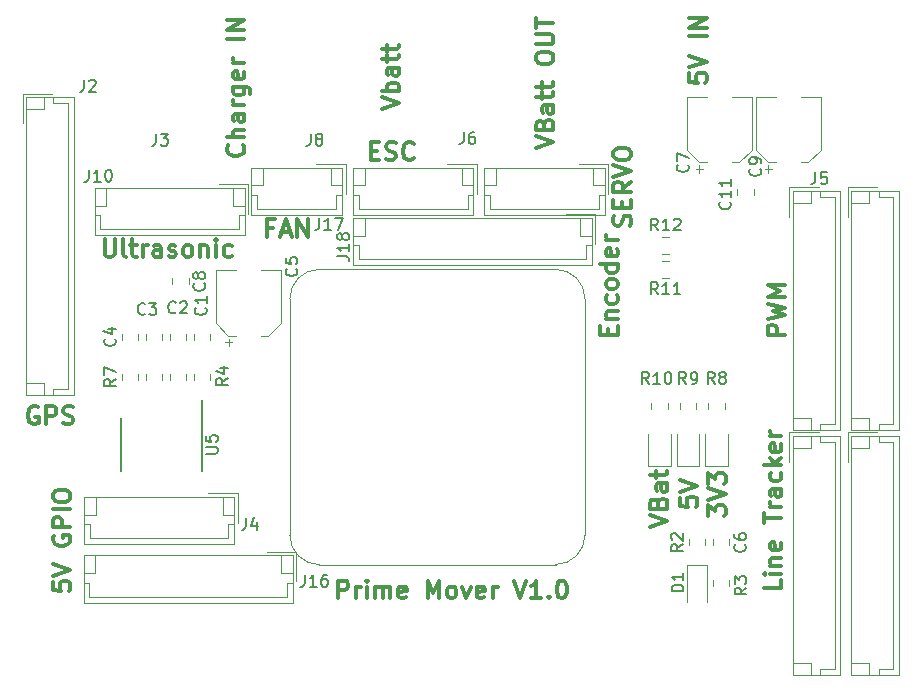
<source format=gbr>
G04 #@! TF.GenerationSoftware,KiCad,Pcbnew,(5.1.4)-1*
G04 #@! TF.CreationDate,2021-11-04T12:06:02-05:00*
G04 #@! TF.ProjectId,RascalHat,52617363-616c-4486-9174-2e6b69636164,rev?*
G04 #@! TF.SameCoordinates,Original*
G04 #@! TF.FileFunction,Legend,Top*
G04 #@! TF.FilePolarity,Positive*
%FSLAX46Y46*%
G04 Gerber Fmt 4.6, Leading zero omitted, Abs format (unit mm)*
G04 Created by KiCad (PCBNEW (5.1.4)-1) date 2021-11-04 12:06:02*
%MOMM*%
%LPD*%
G04 APERTURE LIST*
%ADD10C,0.300000*%
%ADD11C,0.120000*%
%ADD12C,0.150000*%
G04 APERTURE END LIST*
D10*
X29654285Y-11572857D02*
X30154285Y-11572857D01*
X30368571Y-12358571D02*
X29654285Y-12358571D01*
X29654285Y-10858571D01*
X30368571Y-10858571D01*
X30940000Y-12287142D02*
X31154285Y-12358571D01*
X31511428Y-12358571D01*
X31654285Y-12287142D01*
X31725714Y-12215714D01*
X31797142Y-12072857D01*
X31797142Y-11930000D01*
X31725714Y-11787142D01*
X31654285Y-11715714D01*
X31511428Y-11644285D01*
X31225714Y-11572857D01*
X31082857Y-11501428D01*
X31011428Y-11430000D01*
X30940000Y-11287142D01*
X30940000Y-11144285D01*
X31011428Y-11001428D01*
X31082857Y-10930000D01*
X31225714Y-10858571D01*
X31582857Y-10858571D01*
X31797142Y-10930000D01*
X33297142Y-12215714D02*
X33225714Y-12287142D01*
X33011428Y-12358571D01*
X32868571Y-12358571D01*
X32654285Y-12287142D01*
X32511428Y-12144285D01*
X32440000Y-12001428D01*
X32368571Y-11715714D01*
X32368571Y-11501428D01*
X32440000Y-11215714D01*
X32511428Y-11072857D01*
X32654285Y-10930000D01*
X32868571Y-10858571D01*
X33011428Y-10858571D01*
X33225714Y-10930000D01*
X33297142Y-11001428D01*
X49772857Y-27157142D02*
X49772857Y-26657142D01*
X50558571Y-26442857D02*
X50558571Y-27157142D01*
X49058571Y-27157142D01*
X49058571Y-26442857D01*
X49558571Y-25800000D02*
X50558571Y-25800000D01*
X49701428Y-25800000D02*
X49630000Y-25728571D01*
X49558571Y-25585714D01*
X49558571Y-25371428D01*
X49630000Y-25228571D01*
X49772857Y-25157142D01*
X50558571Y-25157142D01*
X50487142Y-23800000D02*
X50558571Y-23942857D01*
X50558571Y-24228571D01*
X50487142Y-24371428D01*
X50415714Y-24442857D01*
X50272857Y-24514285D01*
X49844285Y-24514285D01*
X49701428Y-24442857D01*
X49630000Y-24371428D01*
X49558571Y-24228571D01*
X49558571Y-23942857D01*
X49630000Y-23800000D01*
X50558571Y-22942857D02*
X50487142Y-23085714D01*
X50415714Y-23157142D01*
X50272857Y-23228571D01*
X49844285Y-23228571D01*
X49701428Y-23157142D01*
X49630000Y-23085714D01*
X49558571Y-22942857D01*
X49558571Y-22728571D01*
X49630000Y-22585714D01*
X49701428Y-22514285D01*
X49844285Y-22442857D01*
X50272857Y-22442857D01*
X50415714Y-22514285D01*
X50487142Y-22585714D01*
X50558571Y-22728571D01*
X50558571Y-22942857D01*
X50558571Y-21157142D02*
X49058571Y-21157142D01*
X50487142Y-21157142D02*
X50558571Y-21300000D01*
X50558571Y-21585714D01*
X50487142Y-21728571D01*
X50415714Y-21800000D01*
X50272857Y-21871428D01*
X49844285Y-21871428D01*
X49701428Y-21800000D01*
X49630000Y-21728571D01*
X49558571Y-21585714D01*
X49558571Y-21300000D01*
X49630000Y-21157142D01*
X50487142Y-19871428D02*
X50558571Y-20014285D01*
X50558571Y-20300000D01*
X50487142Y-20442857D01*
X50344285Y-20514285D01*
X49772857Y-20514285D01*
X49630000Y-20442857D01*
X49558571Y-20300000D01*
X49558571Y-20014285D01*
X49630000Y-19871428D01*
X49772857Y-19800000D01*
X49915714Y-19800000D01*
X50058571Y-20514285D01*
X50558571Y-19157142D02*
X49558571Y-19157142D01*
X49844285Y-19157142D02*
X49701428Y-19085714D01*
X49630000Y-19014285D01*
X49558571Y-18871428D01*
X49558571Y-18728571D01*
X26897142Y-49458571D02*
X26897142Y-47958571D01*
X27468571Y-47958571D01*
X27611428Y-48030000D01*
X27682857Y-48101428D01*
X27754285Y-48244285D01*
X27754285Y-48458571D01*
X27682857Y-48601428D01*
X27611428Y-48672857D01*
X27468571Y-48744285D01*
X26897142Y-48744285D01*
X28397142Y-49458571D02*
X28397142Y-48458571D01*
X28397142Y-48744285D02*
X28468571Y-48601428D01*
X28540000Y-48530000D01*
X28682857Y-48458571D01*
X28825714Y-48458571D01*
X29325714Y-49458571D02*
X29325714Y-48458571D01*
X29325714Y-47958571D02*
X29254285Y-48030000D01*
X29325714Y-48101428D01*
X29397142Y-48030000D01*
X29325714Y-47958571D01*
X29325714Y-48101428D01*
X30040000Y-49458571D02*
X30040000Y-48458571D01*
X30040000Y-48601428D02*
X30111428Y-48530000D01*
X30254285Y-48458571D01*
X30468571Y-48458571D01*
X30611428Y-48530000D01*
X30682857Y-48672857D01*
X30682857Y-49458571D01*
X30682857Y-48672857D02*
X30754285Y-48530000D01*
X30897142Y-48458571D01*
X31111428Y-48458571D01*
X31254285Y-48530000D01*
X31325714Y-48672857D01*
X31325714Y-49458571D01*
X32611428Y-49387142D02*
X32468571Y-49458571D01*
X32182857Y-49458571D01*
X32040000Y-49387142D01*
X31968571Y-49244285D01*
X31968571Y-48672857D01*
X32040000Y-48530000D01*
X32182857Y-48458571D01*
X32468571Y-48458571D01*
X32611428Y-48530000D01*
X32682857Y-48672857D01*
X32682857Y-48815714D01*
X31968571Y-48958571D01*
X34468571Y-49458571D02*
X34468571Y-47958571D01*
X34968571Y-49030000D01*
X35468571Y-47958571D01*
X35468571Y-49458571D01*
X36397142Y-49458571D02*
X36254285Y-49387142D01*
X36182857Y-49315714D01*
X36111428Y-49172857D01*
X36111428Y-48744285D01*
X36182857Y-48601428D01*
X36254285Y-48530000D01*
X36397142Y-48458571D01*
X36611428Y-48458571D01*
X36754285Y-48530000D01*
X36825714Y-48601428D01*
X36897142Y-48744285D01*
X36897142Y-49172857D01*
X36825714Y-49315714D01*
X36754285Y-49387142D01*
X36611428Y-49458571D01*
X36397142Y-49458571D01*
X37397142Y-48458571D02*
X37754285Y-49458571D01*
X38111428Y-48458571D01*
X39254285Y-49387142D02*
X39111428Y-49458571D01*
X38825714Y-49458571D01*
X38682857Y-49387142D01*
X38611428Y-49244285D01*
X38611428Y-48672857D01*
X38682857Y-48530000D01*
X38825714Y-48458571D01*
X39111428Y-48458571D01*
X39254285Y-48530000D01*
X39325714Y-48672857D01*
X39325714Y-48815714D01*
X38611428Y-48958571D01*
X39968571Y-49458571D02*
X39968571Y-48458571D01*
X39968571Y-48744285D02*
X40040000Y-48601428D01*
X40111428Y-48530000D01*
X40254285Y-48458571D01*
X40397142Y-48458571D01*
X41825714Y-47958571D02*
X42325714Y-49458571D01*
X42825714Y-47958571D01*
X44111428Y-49458571D02*
X43254285Y-49458571D01*
X43682857Y-49458571D02*
X43682857Y-47958571D01*
X43540000Y-48172857D01*
X43397142Y-48315714D01*
X43254285Y-48387142D01*
X44754285Y-49315714D02*
X44825714Y-49387142D01*
X44754285Y-49458571D01*
X44682857Y-49387142D01*
X44754285Y-49315714D01*
X44754285Y-49458571D01*
X45754285Y-47958571D02*
X45897142Y-47958571D01*
X46040000Y-48030000D01*
X46111428Y-48101428D01*
X46182857Y-48244285D01*
X46254285Y-48530000D01*
X46254285Y-48887142D01*
X46182857Y-49172857D01*
X46111428Y-49315714D01*
X46040000Y-49387142D01*
X45897142Y-49458571D01*
X45754285Y-49458571D01*
X45611428Y-49387142D01*
X45540000Y-49315714D01*
X45468571Y-49172857D01*
X45397142Y-48887142D01*
X45397142Y-48530000D01*
X45468571Y-48244285D01*
X45540000Y-48101428D01*
X45611428Y-48030000D01*
X45754285Y-47958571D01*
X1468571Y-33286000D02*
X1325714Y-33214571D01*
X1111428Y-33214571D01*
X897142Y-33286000D01*
X754285Y-33428857D01*
X682857Y-33571714D01*
X611428Y-33857428D01*
X611428Y-34071714D01*
X682857Y-34357428D01*
X754285Y-34500285D01*
X897142Y-34643142D01*
X1111428Y-34714571D01*
X1254285Y-34714571D01*
X1468571Y-34643142D01*
X1539999Y-34571714D01*
X1539999Y-34071714D01*
X1254285Y-34071714D01*
X2182857Y-34714571D02*
X2182857Y-33214571D01*
X2754285Y-33214571D01*
X2897142Y-33286000D01*
X2968571Y-33357428D01*
X3039999Y-33500285D01*
X3039999Y-33714571D01*
X2968571Y-33857428D01*
X2897142Y-33928857D01*
X2754285Y-34000285D01*
X2182857Y-34000285D01*
X3611428Y-34643142D02*
X3825714Y-34714571D01*
X4182857Y-34714571D01*
X4325714Y-34643142D01*
X4397142Y-34571714D01*
X4468571Y-34428857D01*
X4468571Y-34286000D01*
X4397142Y-34143142D01*
X4325714Y-34071714D01*
X4182857Y-34000285D01*
X3897142Y-33928857D01*
X3754285Y-33857428D01*
X3682857Y-33786000D01*
X3611428Y-33643142D01*
X3611428Y-33500285D01*
X3682857Y-33357428D01*
X3754285Y-33286000D01*
X3897142Y-33214571D01*
X4254285Y-33214571D01*
X4468571Y-33286000D01*
X53280571Y-43378142D02*
X54780571Y-42878142D01*
X53280571Y-42378142D01*
X53994857Y-41378142D02*
X54066285Y-41163857D01*
X54137714Y-41092428D01*
X54280571Y-41021000D01*
X54494857Y-41021000D01*
X54637714Y-41092428D01*
X54709142Y-41163857D01*
X54780571Y-41306714D01*
X54780571Y-41878142D01*
X53280571Y-41878142D01*
X53280571Y-41378142D01*
X53352000Y-41235285D01*
X53423428Y-41163857D01*
X53566285Y-41092428D01*
X53709142Y-41092428D01*
X53852000Y-41163857D01*
X53923428Y-41235285D01*
X53994857Y-41378142D01*
X53994857Y-41878142D01*
X54780571Y-39735285D02*
X53994857Y-39735285D01*
X53852000Y-39806714D01*
X53780571Y-39949571D01*
X53780571Y-40235285D01*
X53852000Y-40378142D01*
X54709142Y-39735285D02*
X54780571Y-39878142D01*
X54780571Y-40235285D01*
X54709142Y-40378142D01*
X54566285Y-40449571D01*
X54423428Y-40449571D01*
X54280571Y-40378142D01*
X54209142Y-40235285D01*
X54209142Y-39878142D01*
X54137714Y-39735285D01*
X53780571Y-39235285D02*
X53780571Y-38663857D01*
X53280571Y-39021000D02*
X54566285Y-39021000D01*
X54709142Y-38949571D01*
X54780571Y-38806714D01*
X54780571Y-38663857D01*
X58233571Y-42497142D02*
X58233571Y-41568571D01*
X58805000Y-42068571D01*
X58805000Y-41854285D01*
X58876428Y-41711428D01*
X58947857Y-41640000D01*
X59090714Y-41568571D01*
X59447857Y-41568571D01*
X59590714Y-41640000D01*
X59662142Y-41711428D01*
X59733571Y-41854285D01*
X59733571Y-42282857D01*
X59662142Y-42425714D01*
X59590714Y-42497142D01*
X58233571Y-41140000D02*
X59733571Y-40640000D01*
X58233571Y-40140000D01*
X58233571Y-39782857D02*
X58233571Y-38854285D01*
X58805000Y-39354285D01*
X58805000Y-39140000D01*
X58876428Y-38997142D01*
X58947857Y-38925714D01*
X59090714Y-38854285D01*
X59447857Y-38854285D01*
X59590714Y-38925714D01*
X59662142Y-38997142D01*
X59733571Y-39140000D01*
X59733571Y-39568571D01*
X59662142Y-39711428D01*
X59590714Y-39782857D01*
X55820571Y-40925714D02*
X55820571Y-41640000D01*
X56534857Y-41711428D01*
X56463428Y-41640000D01*
X56392000Y-41497142D01*
X56392000Y-41140000D01*
X56463428Y-40997142D01*
X56534857Y-40925714D01*
X56677714Y-40854285D01*
X57034857Y-40854285D01*
X57177714Y-40925714D01*
X57249142Y-40997142D01*
X57320571Y-41140000D01*
X57320571Y-41497142D01*
X57249142Y-41640000D01*
X57177714Y-41711428D01*
X55820571Y-40425714D02*
X57320571Y-39925714D01*
X55820571Y-39425714D01*
X64748571Y-27147142D02*
X63248571Y-27147142D01*
X63248571Y-26575714D01*
X63320000Y-26432857D01*
X63391428Y-26361428D01*
X63534285Y-26290000D01*
X63748571Y-26290000D01*
X63891428Y-26361428D01*
X63962857Y-26432857D01*
X64034285Y-26575714D01*
X64034285Y-27147142D01*
X63248571Y-25790000D02*
X64748571Y-25432857D01*
X63677142Y-25147142D01*
X64748571Y-24861428D01*
X63248571Y-24504285D01*
X64748571Y-23932857D02*
X63248571Y-23932857D01*
X64320000Y-23432857D01*
X63248571Y-22932857D01*
X64748571Y-22932857D01*
X64432571Y-47894142D02*
X64432571Y-48608428D01*
X62932571Y-48608428D01*
X64432571Y-47394142D02*
X63432571Y-47394142D01*
X62932571Y-47394142D02*
X63004000Y-47465571D01*
X63075428Y-47394142D01*
X63004000Y-47322714D01*
X62932571Y-47394142D01*
X63075428Y-47394142D01*
X63432571Y-46679857D02*
X64432571Y-46679857D01*
X63575428Y-46679857D02*
X63504000Y-46608428D01*
X63432571Y-46465571D01*
X63432571Y-46251285D01*
X63504000Y-46108428D01*
X63646857Y-46037000D01*
X64432571Y-46037000D01*
X64361142Y-44751285D02*
X64432571Y-44894142D01*
X64432571Y-45179857D01*
X64361142Y-45322714D01*
X64218285Y-45394142D01*
X63646857Y-45394142D01*
X63504000Y-45322714D01*
X63432571Y-45179857D01*
X63432571Y-44894142D01*
X63504000Y-44751285D01*
X63646857Y-44679857D01*
X63789714Y-44679857D01*
X63932571Y-45394142D01*
X62932571Y-43108428D02*
X62932571Y-42251285D01*
X64432571Y-42679857D02*
X62932571Y-42679857D01*
X64432571Y-41751285D02*
X63432571Y-41751285D01*
X63718285Y-41751285D02*
X63575428Y-41679857D01*
X63504000Y-41608428D01*
X63432571Y-41465571D01*
X63432571Y-41322714D01*
X64432571Y-40179857D02*
X63646857Y-40179857D01*
X63504000Y-40251285D01*
X63432571Y-40394142D01*
X63432571Y-40679857D01*
X63504000Y-40822714D01*
X64361142Y-40179857D02*
X64432571Y-40322714D01*
X64432571Y-40679857D01*
X64361142Y-40822714D01*
X64218285Y-40894142D01*
X64075428Y-40894142D01*
X63932571Y-40822714D01*
X63861142Y-40679857D01*
X63861142Y-40322714D01*
X63789714Y-40179857D01*
X64361142Y-38822714D02*
X64432571Y-38965571D01*
X64432571Y-39251285D01*
X64361142Y-39394142D01*
X64289714Y-39465571D01*
X64146857Y-39537000D01*
X63718285Y-39537000D01*
X63575428Y-39465571D01*
X63504000Y-39394142D01*
X63432571Y-39251285D01*
X63432571Y-38965571D01*
X63504000Y-38822714D01*
X64432571Y-38179857D02*
X62932571Y-38179857D01*
X63861142Y-38037000D02*
X64432571Y-37608428D01*
X63432571Y-37608428D02*
X64004000Y-38179857D01*
X64361142Y-36394142D02*
X64432571Y-36537000D01*
X64432571Y-36822714D01*
X64361142Y-36965571D01*
X64218285Y-37037000D01*
X63646857Y-37037000D01*
X63504000Y-36965571D01*
X63432571Y-36822714D01*
X63432571Y-36537000D01*
X63504000Y-36394142D01*
X63646857Y-36322714D01*
X63789714Y-36322714D01*
X63932571Y-37037000D01*
X64432571Y-35679857D02*
X63432571Y-35679857D01*
X63718285Y-35679857D02*
X63575428Y-35608428D01*
X63504000Y-35537000D01*
X63432571Y-35394142D01*
X63432571Y-35251285D01*
X2734571Y-48077000D02*
X2734571Y-48791285D01*
X3448857Y-48862714D01*
X3377428Y-48791285D01*
X3305999Y-48648428D01*
X3306000Y-48291285D01*
X3377428Y-48148428D01*
X3448857Y-48077000D01*
X3591714Y-48005571D01*
X3948857Y-48005571D01*
X4091714Y-48077000D01*
X4163142Y-48148428D01*
X4234571Y-48291285D01*
X4234571Y-48648428D01*
X4163142Y-48791285D01*
X4091714Y-48862714D01*
X2734571Y-47577000D02*
X4234571Y-47077000D01*
X2734571Y-46577000D01*
X2806000Y-44148428D02*
X2734571Y-44291285D01*
X2734571Y-44505571D01*
X2806000Y-44719857D01*
X2948857Y-44862714D01*
X3091714Y-44934142D01*
X3377428Y-45005571D01*
X3591714Y-45005571D01*
X3877428Y-44934142D01*
X4020285Y-44862714D01*
X4163142Y-44719857D01*
X4234571Y-44505571D01*
X4234571Y-44362714D01*
X4163142Y-44148428D01*
X4091714Y-44077000D01*
X3591714Y-44077000D01*
X3591714Y-44362714D01*
X4234571Y-43434142D02*
X2734571Y-43434142D01*
X2734571Y-42862714D01*
X2806000Y-42719857D01*
X2877428Y-42648428D01*
X3020285Y-42577000D01*
X3234571Y-42577000D01*
X3377428Y-42648428D01*
X3448857Y-42719857D01*
X3520285Y-42862714D01*
X3520285Y-43434142D01*
X4234571Y-41934142D02*
X2734571Y-41934142D01*
X2734571Y-40934142D02*
X2734571Y-40648428D01*
X2806000Y-40505571D01*
X2948857Y-40362714D01*
X3234571Y-40291285D01*
X3734571Y-40291285D01*
X4020285Y-40362714D01*
X4163142Y-40505571D01*
X4234571Y-40648428D01*
X4234571Y-40934142D01*
X4163142Y-41077000D01*
X4020285Y-41219857D01*
X3734571Y-41291285D01*
X3234571Y-41291285D01*
X2948857Y-41219857D01*
X2806000Y-41077000D01*
X2734571Y-40934142D01*
X7122857Y-19058571D02*
X7122857Y-20272857D01*
X7194285Y-20415714D01*
X7265714Y-20487142D01*
X7408571Y-20558571D01*
X7694285Y-20558571D01*
X7837142Y-20487142D01*
X7908571Y-20415714D01*
X7980000Y-20272857D01*
X7980000Y-19058571D01*
X8908571Y-20558571D02*
X8765714Y-20487142D01*
X8694285Y-20344285D01*
X8694285Y-19058571D01*
X9265714Y-19558571D02*
X9837142Y-19558571D01*
X9480000Y-19058571D02*
X9480000Y-20344285D01*
X9551428Y-20487142D01*
X9694285Y-20558571D01*
X9837142Y-20558571D01*
X10337142Y-20558571D02*
X10337142Y-19558571D01*
X10337142Y-19844285D02*
X10408571Y-19701428D01*
X10480000Y-19630000D01*
X10622857Y-19558571D01*
X10765714Y-19558571D01*
X11908571Y-20558571D02*
X11908571Y-19772857D01*
X11837142Y-19630000D01*
X11694285Y-19558571D01*
X11408571Y-19558571D01*
X11265714Y-19630000D01*
X11908571Y-20487142D02*
X11765714Y-20558571D01*
X11408571Y-20558571D01*
X11265714Y-20487142D01*
X11194285Y-20344285D01*
X11194285Y-20201428D01*
X11265714Y-20058571D01*
X11408571Y-19987142D01*
X11765714Y-19987142D01*
X11908571Y-19915714D01*
X12551428Y-20487142D02*
X12694285Y-20558571D01*
X12980000Y-20558571D01*
X13122857Y-20487142D01*
X13194285Y-20344285D01*
X13194285Y-20272857D01*
X13122857Y-20130000D01*
X12980000Y-20058571D01*
X12765714Y-20058571D01*
X12622857Y-19987142D01*
X12551428Y-19844285D01*
X12551428Y-19772857D01*
X12622857Y-19630000D01*
X12765714Y-19558571D01*
X12980000Y-19558571D01*
X13122857Y-19630000D01*
X14051428Y-20558571D02*
X13908571Y-20487142D01*
X13837142Y-20415714D01*
X13765714Y-20272857D01*
X13765714Y-19844285D01*
X13837142Y-19701428D01*
X13908571Y-19630000D01*
X14051428Y-19558571D01*
X14265714Y-19558571D01*
X14408571Y-19630000D01*
X14480000Y-19701428D01*
X14551428Y-19844285D01*
X14551428Y-20272857D01*
X14480000Y-20415714D01*
X14408571Y-20487142D01*
X14265714Y-20558571D01*
X14051428Y-20558571D01*
X15194285Y-19558571D02*
X15194285Y-20558571D01*
X15194285Y-19701428D02*
X15265714Y-19630000D01*
X15408571Y-19558571D01*
X15622857Y-19558571D01*
X15765714Y-19630000D01*
X15837142Y-19772857D01*
X15837142Y-20558571D01*
X16551428Y-20558571D02*
X16551428Y-19558571D01*
X16551428Y-19058571D02*
X16480000Y-19130000D01*
X16551428Y-19201428D01*
X16622857Y-19130000D01*
X16551428Y-19058571D01*
X16551428Y-19201428D01*
X17908571Y-20487142D02*
X17765714Y-20558571D01*
X17480000Y-20558571D01*
X17337142Y-20487142D01*
X17265714Y-20415714D01*
X17194285Y-20272857D01*
X17194285Y-19844285D01*
X17265714Y-19701428D01*
X17337142Y-19630000D01*
X17480000Y-19558571D01*
X17765714Y-19558571D01*
X17908571Y-19630000D01*
X21375714Y-18062857D02*
X20875714Y-18062857D01*
X20875714Y-18848571D02*
X20875714Y-17348571D01*
X21590000Y-17348571D01*
X22090000Y-18420000D02*
X22804285Y-18420000D01*
X21947142Y-18848571D02*
X22447142Y-17348571D01*
X22947142Y-18848571D01*
X23447142Y-18848571D02*
X23447142Y-17348571D01*
X24304285Y-18848571D01*
X24304285Y-17348571D01*
X18823714Y-11080142D02*
X18895142Y-11151571D01*
X18966571Y-11365857D01*
X18966571Y-11508714D01*
X18895142Y-11723000D01*
X18752285Y-11865857D01*
X18609428Y-11937285D01*
X18323714Y-12008714D01*
X18109428Y-12008714D01*
X17823714Y-11937285D01*
X17680857Y-11865857D01*
X17538000Y-11723000D01*
X17466571Y-11508714D01*
X17466571Y-11365857D01*
X17538000Y-11151571D01*
X17609428Y-11080142D01*
X18966571Y-10437285D02*
X17466571Y-10437285D01*
X18966571Y-9794428D02*
X18180857Y-9794428D01*
X18038000Y-9865857D01*
X17966571Y-10008714D01*
X17966571Y-10223000D01*
X18038000Y-10365857D01*
X18109428Y-10437285D01*
X18966571Y-8437285D02*
X18180857Y-8437285D01*
X18038000Y-8508714D01*
X17966571Y-8651571D01*
X17966571Y-8937285D01*
X18038000Y-9080142D01*
X18895142Y-8437285D02*
X18966571Y-8580142D01*
X18966571Y-8937285D01*
X18895142Y-9080142D01*
X18752285Y-9151571D01*
X18609428Y-9151571D01*
X18466571Y-9080142D01*
X18395142Y-8937285D01*
X18395142Y-8580142D01*
X18323714Y-8437285D01*
X18966571Y-7723000D02*
X17966571Y-7723000D01*
X18252285Y-7723000D02*
X18109428Y-7651571D01*
X18038000Y-7580142D01*
X17966571Y-7437285D01*
X17966571Y-7294428D01*
X17966571Y-6151571D02*
X19180857Y-6151571D01*
X19323714Y-6223000D01*
X19395142Y-6294428D01*
X19466571Y-6437285D01*
X19466571Y-6651571D01*
X19395142Y-6794428D01*
X18895142Y-6151571D02*
X18966571Y-6294428D01*
X18966571Y-6580142D01*
X18895142Y-6723000D01*
X18823714Y-6794428D01*
X18680857Y-6865857D01*
X18252285Y-6865857D01*
X18109428Y-6794428D01*
X18038000Y-6723000D01*
X17966571Y-6580142D01*
X17966571Y-6294428D01*
X18038000Y-6151571D01*
X18895142Y-4865857D02*
X18966571Y-5008714D01*
X18966571Y-5294428D01*
X18895142Y-5437285D01*
X18752285Y-5508714D01*
X18180857Y-5508714D01*
X18038000Y-5437285D01*
X17966571Y-5294428D01*
X17966571Y-5008714D01*
X18038000Y-4865857D01*
X18180857Y-4794428D01*
X18323714Y-4794428D01*
X18466571Y-5508714D01*
X18966571Y-4151571D02*
X17966571Y-4151571D01*
X18252285Y-4151571D02*
X18109428Y-4080142D01*
X18038000Y-4008714D01*
X17966571Y-3865857D01*
X17966571Y-3723000D01*
X18966571Y-2080142D02*
X17466571Y-2080142D01*
X18966571Y-1365857D02*
X17466571Y-1365857D01*
X18966571Y-508714D01*
X17466571Y-508714D01*
X30568571Y-8024285D02*
X32068571Y-7524285D01*
X30568571Y-7024285D01*
X32068571Y-6524285D02*
X30568571Y-6524285D01*
X31140000Y-6524285D02*
X31068571Y-6381428D01*
X31068571Y-6095714D01*
X31140000Y-5952857D01*
X31211428Y-5881428D01*
X31354285Y-5810000D01*
X31782857Y-5810000D01*
X31925714Y-5881428D01*
X31997142Y-5952857D01*
X32068571Y-6095714D01*
X32068571Y-6381428D01*
X31997142Y-6524285D01*
X32068571Y-4524285D02*
X31282857Y-4524285D01*
X31140000Y-4595714D01*
X31068571Y-4738571D01*
X31068571Y-5024285D01*
X31140000Y-5167142D01*
X31997142Y-4524285D02*
X32068571Y-4667142D01*
X32068571Y-5024285D01*
X31997142Y-5167142D01*
X31854285Y-5238571D01*
X31711428Y-5238571D01*
X31568571Y-5167142D01*
X31497142Y-5024285D01*
X31497142Y-4667142D01*
X31425714Y-4524285D01*
X31068571Y-4024285D02*
X31068571Y-3452857D01*
X30568571Y-3810000D02*
X31854285Y-3810000D01*
X31997142Y-3738571D01*
X32068571Y-3595714D01*
X32068571Y-3452857D01*
X31068571Y-3167142D02*
X31068571Y-2595714D01*
X30568571Y-2952857D02*
X31854285Y-2952857D01*
X31997142Y-2881428D01*
X32068571Y-2738571D01*
X32068571Y-2595714D01*
X43628571Y-11342000D02*
X45128571Y-10842000D01*
X43628571Y-10342000D01*
X44342857Y-9342000D02*
X44414285Y-9127714D01*
X44485714Y-9056285D01*
X44628571Y-8984857D01*
X44842857Y-8984857D01*
X44985714Y-9056285D01*
X45057142Y-9127714D01*
X45128571Y-9270571D01*
X45128571Y-9842000D01*
X43628571Y-9842000D01*
X43628571Y-9342000D01*
X43700000Y-9199142D01*
X43771428Y-9127714D01*
X43914285Y-9056285D01*
X44057142Y-9056285D01*
X44200000Y-9127714D01*
X44271428Y-9199142D01*
X44342857Y-9342000D01*
X44342857Y-9842000D01*
X45128571Y-7699142D02*
X44342857Y-7699142D01*
X44200000Y-7770571D01*
X44128571Y-7913428D01*
X44128571Y-8199142D01*
X44200000Y-8342000D01*
X45057142Y-7699142D02*
X45128571Y-7842000D01*
X45128571Y-8199142D01*
X45057142Y-8342000D01*
X44914285Y-8413428D01*
X44771428Y-8413428D01*
X44628571Y-8342000D01*
X44557142Y-8199142D01*
X44557142Y-7842000D01*
X44485714Y-7699142D01*
X44128571Y-7199142D02*
X44128571Y-6627714D01*
X43628571Y-6984857D02*
X44914285Y-6984857D01*
X45057142Y-6913428D01*
X45128571Y-6770571D01*
X45128571Y-6627714D01*
X44128571Y-6342000D02*
X44128571Y-5770571D01*
X43628571Y-6127714D02*
X44914285Y-6127714D01*
X45057142Y-6056285D01*
X45128571Y-5913428D01*
X45128571Y-5770571D01*
X43628571Y-3842000D02*
X43628571Y-3556285D01*
X43700000Y-3413428D01*
X43842857Y-3270571D01*
X44128571Y-3199142D01*
X44628571Y-3199142D01*
X44914285Y-3270571D01*
X45057142Y-3413428D01*
X45128571Y-3556285D01*
X45128571Y-3842000D01*
X45057142Y-3984857D01*
X44914285Y-4127714D01*
X44628571Y-4199142D01*
X44128571Y-4199142D01*
X43842857Y-4127714D01*
X43700000Y-3984857D01*
X43628571Y-3842000D01*
X43628571Y-2556285D02*
X44842857Y-2556285D01*
X44985714Y-2484857D01*
X45057142Y-2413428D01*
X45128571Y-2270571D01*
X45128571Y-1984857D01*
X45057142Y-1842000D01*
X44985714Y-1770571D01*
X44842857Y-1699142D01*
X43628571Y-1699142D01*
X43628571Y-1199142D02*
X43628571Y-342000D01*
X45128571Y-770571D02*
X43628571Y-770571D01*
X56608571Y-5010000D02*
X56608571Y-5724285D01*
X57322857Y-5795714D01*
X57251428Y-5724285D01*
X57180000Y-5581428D01*
X57180000Y-5224285D01*
X57251428Y-5081428D01*
X57322857Y-5010000D01*
X57465714Y-4938571D01*
X57822857Y-4938571D01*
X57965714Y-5010000D01*
X58037142Y-5081428D01*
X58108571Y-5224285D01*
X58108571Y-5581428D01*
X58037142Y-5724285D01*
X57965714Y-5795714D01*
X56608571Y-4510000D02*
X58108571Y-4010000D01*
X56608571Y-3510000D01*
X58108571Y-1867142D02*
X56608571Y-1867142D01*
X58108571Y-1152857D02*
X56608571Y-1152857D01*
X58108571Y-295714D01*
X56608571Y-295714D01*
X51637142Y-17905714D02*
X51708571Y-17691428D01*
X51708571Y-17334285D01*
X51637142Y-17191428D01*
X51565714Y-17119999D01*
X51422857Y-17048571D01*
X51280000Y-17048571D01*
X51137142Y-17119999D01*
X51065714Y-17191428D01*
X50994285Y-17334285D01*
X50922857Y-17619999D01*
X50851428Y-17762857D01*
X50780000Y-17834285D01*
X50637142Y-17905714D01*
X50494285Y-17905714D01*
X50351428Y-17834285D01*
X50280000Y-17762857D01*
X50208571Y-17619999D01*
X50208571Y-17262857D01*
X50280000Y-17048571D01*
X50922857Y-16405714D02*
X50922857Y-15905714D01*
X51708571Y-15691428D02*
X51708571Y-16405714D01*
X50208571Y-16405714D01*
X50208571Y-15691428D01*
X51708571Y-14191428D02*
X50994285Y-14691428D01*
X51708571Y-15048571D02*
X50208571Y-15048571D01*
X50208571Y-14477142D01*
X50280000Y-14334285D01*
X50351428Y-14262857D01*
X50494285Y-14191428D01*
X50708571Y-14191428D01*
X50851428Y-14262857D01*
X50922857Y-14334285D01*
X50994285Y-14477142D01*
X50994285Y-15048571D01*
X50208571Y-13762857D02*
X51708571Y-13262857D01*
X50208571Y-12762857D01*
X50208571Y-11977142D02*
X50208571Y-11691428D01*
X50280000Y-11548571D01*
X50422857Y-11405714D01*
X50708571Y-11334285D01*
X51208571Y-11334285D01*
X51494285Y-11405714D01*
X51637142Y-11548571D01*
X51708571Y-11691428D01*
X51708571Y-11977142D01*
X51637142Y-12120000D01*
X51494285Y-12262857D01*
X51208571Y-12334285D01*
X50708571Y-12334285D01*
X50422857Y-12262857D01*
X50280000Y-12120000D01*
X50208571Y-11977142D01*
D11*
X69421000Y-14969000D02*
X65401000Y-14969000D01*
X65401000Y-14969000D02*
X65401000Y-35189000D01*
X65401000Y-35189000D02*
X69421000Y-35189000D01*
X69421000Y-35189000D02*
X69421000Y-14969000D01*
X67711000Y-14969000D02*
X67711000Y-15469000D01*
X67711000Y-15469000D02*
X68921000Y-15469000D01*
X68921000Y-15469000D02*
X68921000Y-34689000D01*
X68921000Y-34689000D02*
X67711000Y-34689000D01*
X67711000Y-34689000D02*
X67711000Y-35189000D01*
X66901000Y-14969000D02*
X66901000Y-15969000D01*
X66901000Y-15969000D02*
X65401000Y-15969000D01*
X66901000Y-35189000D02*
X66901000Y-34189000D01*
X66901000Y-34189000D02*
X65401000Y-34189000D01*
X67601000Y-14669000D02*
X65101000Y-14669000D01*
X65101000Y-14669000D02*
X65101000Y-17169000D01*
X60680000Y-14771422D02*
X60680000Y-15288578D01*
X62100000Y-14771422D02*
X62100000Y-15288578D01*
X63012500Y-13102500D02*
X63637500Y-13102500D01*
X63325000Y-13415000D02*
X63325000Y-12790000D01*
X66705563Y-12550000D02*
X67770000Y-11485563D01*
X63314437Y-12550000D02*
X62250000Y-11485563D01*
X63314437Y-12550000D02*
X63950000Y-12550000D01*
X66705563Y-12550000D02*
X66070000Y-12550000D01*
X67770000Y-11485563D02*
X67770000Y-7030000D01*
X62250000Y-11485563D02*
X62250000Y-7030000D01*
X62250000Y-7030000D02*
X63950000Y-7030000D01*
X67770000Y-7030000D02*
X66070000Y-7030000D01*
X12820000Y-22361422D02*
X12820000Y-22878578D01*
X14240000Y-22361422D02*
X14240000Y-22878578D01*
X57162500Y-13102500D02*
X57787500Y-13102500D01*
X57475000Y-13415000D02*
X57475000Y-12790000D01*
X60855563Y-12550000D02*
X61920000Y-11485563D01*
X57464437Y-12550000D02*
X56400000Y-11485563D01*
X57464437Y-12550000D02*
X58100000Y-12550000D01*
X60855563Y-12550000D02*
X60220000Y-12550000D01*
X61920000Y-11485563D02*
X61920000Y-7030000D01*
X56400000Y-11485563D02*
X56400000Y-7030000D01*
X56400000Y-7030000D02*
X58100000Y-7030000D01*
X61920000Y-7030000D02*
X60220000Y-7030000D01*
X17302500Y-27772500D02*
X17927500Y-27772500D01*
X17615000Y-28085000D02*
X17615000Y-27460000D01*
X20995563Y-27220000D02*
X22060000Y-26155563D01*
X17604437Y-27220000D02*
X16540000Y-26155563D01*
X17604437Y-27220000D02*
X18240000Y-27220000D01*
X20995563Y-27220000D02*
X20360000Y-27220000D01*
X22060000Y-26155563D02*
X22060000Y-21700000D01*
X16540000Y-26155563D02*
X16540000Y-21700000D01*
X16540000Y-21700000D02*
X18240000Y-21700000D01*
X22060000Y-21700000D02*
X20360000Y-21700000D01*
X184000Y-6742000D02*
X184000Y-9242000D01*
X2684000Y-6742000D02*
X184000Y-6742000D01*
X1984000Y-31262000D02*
X484000Y-31262000D01*
X1984000Y-32262000D02*
X1984000Y-31262000D01*
X1984000Y-8042000D02*
X484000Y-8042000D01*
X1984000Y-7042000D02*
X1984000Y-8042000D01*
X2794000Y-31762000D02*
X2794000Y-32262000D01*
X4004000Y-31762000D02*
X2794000Y-31762000D01*
X4004000Y-7542000D02*
X4004000Y-31762000D01*
X2794000Y-7542000D02*
X4004000Y-7542000D01*
X2794000Y-7042000D02*
X2794000Y-7542000D01*
X4504000Y-32262000D02*
X4504000Y-7042000D01*
X484000Y-32262000D02*
X4504000Y-32262000D01*
X484000Y-7042000D02*
X484000Y-32262000D01*
X4504000Y-7042000D02*
X484000Y-7042000D01*
D12*
X15388000Y-32699000D02*
X15388000Y-38674000D01*
X8488000Y-34224000D02*
X8488000Y-38674000D01*
D11*
X54812000Y-32888422D02*
X54812000Y-33405578D01*
X53392000Y-32888422D02*
X53392000Y-33405578D01*
X57225000Y-32888422D02*
X57225000Y-33405578D01*
X55805000Y-32888422D02*
X55805000Y-33405578D01*
X59638000Y-32888422D02*
X59638000Y-33405578D01*
X58218000Y-32888422D02*
X58218000Y-33405578D01*
X18104000Y-44890000D02*
X18104000Y-40870000D01*
X18104000Y-40870000D02*
X5384000Y-40870000D01*
X5384000Y-40870000D02*
X5384000Y-44890000D01*
X5384000Y-44890000D02*
X18104000Y-44890000D01*
X18104000Y-43180000D02*
X17604000Y-43180000D01*
X17604000Y-43180000D02*
X17604000Y-44390000D01*
X17604000Y-44390000D02*
X5884000Y-44390000D01*
X5884000Y-44390000D02*
X5884000Y-43180000D01*
X5884000Y-43180000D02*
X5384000Y-43180000D01*
X18104000Y-42370000D02*
X17104000Y-42370000D01*
X17104000Y-42370000D02*
X17104000Y-40870000D01*
X5384000Y-42370000D02*
X6384000Y-42370000D01*
X6384000Y-42370000D02*
X6384000Y-40870000D01*
X18404000Y-43070000D02*
X18404000Y-40570000D01*
X18404000Y-40570000D02*
X15904000Y-40570000D01*
X53142000Y-35576000D02*
X53142000Y-38261000D01*
X53142000Y-38261000D02*
X55062000Y-38261000D01*
X55062000Y-38261000D02*
X55062000Y-35576000D01*
X55555000Y-35576000D02*
X55555000Y-38261000D01*
X55555000Y-38261000D02*
X57475000Y-38261000D01*
X57475000Y-38261000D02*
X57475000Y-35576000D01*
X57968000Y-35576000D02*
X57968000Y-38261000D01*
X57968000Y-38261000D02*
X59888000Y-38261000D01*
X59888000Y-38261000D02*
X59888000Y-35576000D01*
X58596000Y-44955578D02*
X58596000Y-44438422D01*
X60016000Y-44955578D02*
X60016000Y-44438422D01*
X27550000Y-12690000D02*
X25050000Y-12690000D01*
X27550000Y-15190000D02*
X27550000Y-12690000D01*
X20530000Y-14490000D02*
X20530000Y-12990000D01*
X19530000Y-14490000D02*
X20530000Y-14490000D01*
X26250000Y-14490000D02*
X26250000Y-12990000D01*
X27250000Y-14490000D02*
X26250000Y-14490000D01*
X20030000Y-15300000D02*
X19530000Y-15300000D01*
X20030000Y-16510000D02*
X20030000Y-15300000D01*
X26750000Y-16510000D02*
X20030000Y-16510000D01*
X26750000Y-15300000D02*
X26750000Y-16510000D01*
X27250000Y-15300000D02*
X26750000Y-15300000D01*
X19530000Y-17010000D02*
X27250000Y-17010000D01*
X19530000Y-12990000D02*
X19530000Y-17010000D01*
X27250000Y-12990000D02*
X19530000Y-12990000D01*
X27250000Y-17010000D02*
X27250000Y-12990000D01*
X74374000Y-14969000D02*
X70354000Y-14969000D01*
X70354000Y-14969000D02*
X70354000Y-35189000D01*
X70354000Y-35189000D02*
X74374000Y-35189000D01*
X74374000Y-35189000D02*
X74374000Y-14969000D01*
X72664000Y-14969000D02*
X72664000Y-15469000D01*
X72664000Y-15469000D02*
X73874000Y-15469000D01*
X73874000Y-15469000D02*
X73874000Y-34689000D01*
X73874000Y-34689000D02*
X72664000Y-34689000D01*
X72664000Y-34689000D02*
X72664000Y-35189000D01*
X71854000Y-14969000D02*
X71854000Y-15969000D01*
X71854000Y-15969000D02*
X70354000Y-15969000D01*
X71854000Y-35189000D02*
X71854000Y-34189000D01*
X71854000Y-34189000D02*
X70354000Y-34189000D01*
X72554000Y-14669000D02*
X70054000Y-14669000D01*
X70054000Y-14669000D02*
X70054000Y-17169000D01*
X25300000Y-21600000D02*
X45300000Y-21600000D01*
X22800000Y-24100000D02*
G75*
G02X25300000Y-21600000I2500000J0D01*
G01*
X22800000Y-44100000D02*
X22800000Y-24100000D01*
X25300000Y-46600000D02*
G75*
G02X22800000Y-44100000I0J2500000D01*
G01*
X45300000Y-21600000D02*
G75*
G02X47800000Y-24100000I0J-2500000D01*
G01*
X47800000Y-24100000D02*
X47800000Y-44100000D01*
X45300000Y-46600000D02*
X25300000Y-46600000D01*
X47800000Y-44100000D02*
G75*
G02X45300000Y-46600000I-2500000J0D01*
G01*
X9981000Y-30992578D02*
X9981000Y-30475422D01*
X8561000Y-30992578D02*
X8561000Y-30475422D01*
X12013000Y-30992578D02*
X12013000Y-30475422D01*
X10593000Y-30992578D02*
X10593000Y-30475422D01*
X14045000Y-30992578D02*
X14045000Y-30475422D01*
X12625000Y-30992578D02*
X12625000Y-30475422D01*
X16077000Y-30992578D02*
X16077000Y-30475422D01*
X14657000Y-30992578D02*
X14657000Y-30475422D01*
X58596000Y-47915922D02*
X58596000Y-48433078D01*
X60016000Y-47915922D02*
X60016000Y-48433078D01*
X56564000Y-44438422D02*
X56564000Y-44955578D01*
X57984000Y-44438422D02*
X57984000Y-44955578D01*
X48650000Y-16940000D02*
X46150000Y-16940000D01*
X48650000Y-19440000D02*
X48650000Y-16940000D01*
X29130000Y-18740000D02*
X29130000Y-17240000D01*
X28130000Y-18740000D02*
X29130000Y-18740000D01*
X47350000Y-18740000D02*
X47350000Y-17240000D01*
X48350000Y-18740000D02*
X47350000Y-18740000D01*
X28630000Y-19550000D02*
X28130000Y-19550000D01*
X28630000Y-20760000D02*
X28630000Y-19550000D01*
X47850000Y-20760000D02*
X28630000Y-20760000D01*
X47850000Y-19550000D02*
X47850000Y-20760000D01*
X48350000Y-19550000D02*
X47850000Y-19550000D01*
X28130000Y-21260000D02*
X48350000Y-21260000D01*
X28130000Y-17240000D02*
X28130000Y-21260000D01*
X48350000Y-17240000D02*
X28130000Y-17240000D01*
X48350000Y-21260000D02*
X48350000Y-17240000D01*
X23357000Y-45523000D02*
X20857000Y-45523000D01*
X23357000Y-48023000D02*
X23357000Y-45523000D01*
X6337000Y-47323000D02*
X6337000Y-45823000D01*
X5337000Y-47323000D02*
X6337000Y-47323000D01*
X22057000Y-47323000D02*
X22057000Y-45823000D01*
X23057000Y-47323000D02*
X22057000Y-47323000D01*
X5837000Y-48133000D02*
X5337000Y-48133000D01*
X5837000Y-49343000D02*
X5837000Y-48133000D01*
X22557000Y-49343000D02*
X5837000Y-49343000D01*
X22557000Y-48133000D02*
X22557000Y-49343000D01*
X23057000Y-48133000D02*
X22557000Y-48133000D01*
X5337000Y-49843000D02*
X23057000Y-49843000D01*
X5337000Y-45823000D02*
X5337000Y-49843000D01*
X23057000Y-45823000D02*
X5337000Y-45823000D01*
X23057000Y-49843000D02*
X23057000Y-45823000D01*
X65101000Y-35412000D02*
X65101000Y-37912000D01*
X67601000Y-35412000D02*
X65101000Y-35412000D01*
X66901000Y-54932000D02*
X65401000Y-54932000D01*
X66901000Y-55932000D02*
X66901000Y-54932000D01*
X66901000Y-36712000D02*
X65401000Y-36712000D01*
X66901000Y-35712000D02*
X66901000Y-36712000D01*
X67711000Y-55432000D02*
X67711000Y-55932000D01*
X68921000Y-55432000D02*
X67711000Y-55432000D01*
X68921000Y-36212000D02*
X68921000Y-55432000D01*
X67711000Y-36212000D02*
X68921000Y-36212000D01*
X67711000Y-35712000D02*
X67711000Y-36212000D01*
X69421000Y-55932000D02*
X69421000Y-35712000D01*
X65401000Y-55932000D02*
X69421000Y-55932000D01*
X65401000Y-35712000D02*
X65401000Y-55932000D01*
X69421000Y-35712000D02*
X65401000Y-35712000D01*
X70054000Y-35407000D02*
X70054000Y-37907000D01*
X72554000Y-35407000D02*
X70054000Y-35407000D01*
X71854000Y-54927000D02*
X70354000Y-54927000D01*
X71854000Y-55927000D02*
X71854000Y-54927000D01*
X71854000Y-36707000D02*
X70354000Y-36707000D01*
X71854000Y-35707000D02*
X71854000Y-36707000D01*
X72664000Y-55427000D02*
X72664000Y-55927000D01*
X73874000Y-55427000D02*
X72664000Y-55427000D01*
X73874000Y-36207000D02*
X73874000Y-55427000D01*
X72664000Y-36207000D02*
X73874000Y-36207000D01*
X72664000Y-35707000D02*
X72664000Y-36207000D01*
X74374000Y-55927000D02*
X74374000Y-35707000D01*
X70354000Y-55927000D02*
X74374000Y-55927000D01*
X70354000Y-35707000D02*
X70354000Y-55927000D01*
X74374000Y-35707000D02*
X70354000Y-35707000D01*
X49750000Y-12690000D02*
X47250000Y-12690000D01*
X49750000Y-15190000D02*
X49750000Y-12690000D01*
X40230000Y-14490000D02*
X40230000Y-12990000D01*
X39230000Y-14490000D02*
X40230000Y-14490000D01*
X48450000Y-14490000D02*
X48450000Y-12990000D01*
X49450000Y-14490000D02*
X48450000Y-14490000D01*
X39730000Y-15300000D02*
X39230000Y-15300000D01*
X39730000Y-16510000D02*
X39730000Y-15300000D01*
X48950000Y-16510000D02*
X39730000Y-16510000D01*
X48950000Y-15300000D02*
X48950000Y-16510000D01*
X49450000Y-15300000D02*
X48950000Y-15300000D01*
X39230000Y-17010000D02*
X49450000Y-17010000D01*
X39230000Y-12990000D02*
X39230000Y-17010000D01*
X49450000Y-12990000D02*
X39230000Y-12990000D01*
X49450000Y-17010000D02*
X49450000Y-12990000D01*
X38650000Y-12690000D02*
X36150000Y-12690000D01*
X38650000Y-15190000D02*
X38650000Y-12690000D01*
X29130000Y-14490000D02*
X29130000Y-12990000D01*
X28130000Y-14490000D02*
X29130000Y-14490000D01*
X37350000Y-14490000D02*
X37350000Y-12990000D01*
X38350000Y-14490000D02*
X37350000Y-14490000D01*
X28630000Y-15300000D02*
X28130000Y-15300000D01*
X28630000Y-16510000D02*
X28630000Y-15300000D01*
X37850000Y-16510000D02*
X28630000Y-16510000D01*
X37850000Y-15300000D02*
X37850000Y-16510000D01*
X38350000Y-15300000D02*
X37850000Y-15300000D01*
X28130000Y-17010000D02*
X38350000Y-17010000D01*
X28130000Y-12990000D02*
X28130000Y-17010000D01*
X38350000Y-12990000D02*
X28130000Y-12990000D01*
X38350000Y-17010000D02*
X38350000Y-12990000D01*
X19293000Y-14408000D02*
X16793000Y-14408000D01*
X19293000Y-16908000D02*
X19293000Y-14408000D01*
X7273000Y-16208000D02*
X7273000Y-14708000D01*
X6273000Y-16208000D02*
X7273000Y-16208000D01*
X17993000Y-16208000D02*
X17993000Y-14708000D01*
X18993000Y-16208000D02*
X17993000Y-16208000D01*
X6773000Y-17018000D02*
X6273000Y-17018000D01*
X6773000Y-18228000D02*
X6773000Y-17018000D01*
X18493000Y-18228000D02*
X6773000Y-18228000D01*
X18493000Y-17018000D02*
X18493000Y-18228000D01*
X18993000Y-17018000D02*
X18493000Y-17018000D01*
X6273000Y-18728000D02*
X18993000Y-18728000D01*
X6273000Y-14708000D02*
X6273000Y-18728000D01*
X18993000Y-14708000D02*
X6273000Y-14708000D01*
X18993000Y-18728000D02*
X18993000Y-14708000D01*
X58124000Y-46607000D02*
X58124000Y-49757000D01*
X56424000Y-46607000D02*
X56424000Y-49757000D01*
X58124000Y-46607000D02*
X56424000Y-46607000D01*
X9981000Y-27563578D02*
X9981000Y-27046422D01*
X8561000Y-27563578D02*
X8561000Y-27046422D01*
X12013000Y-27563578D02*
X12013000Y-27046422D01*
X10593000Y-27563578D02*
X10593000Y-27046422D01*
X14045000Y-27563578D02*
X14045000Y-27046422D01*
X12625000Y-27563578D02*
X12625000Y-27046422D01*
X16077000Y-27563578D02*
X16077000Y-27046422D01*
X14657000Y-27563578D02*
X14657000Y-27046422D01*
X54873577Y-20904999D02*
X54356421Y-20904999D01*
X54873577Y-22324999D02*
X54356421Y-22324999D01*
X54871078Y-20320000D02*
X54353922Y-20320000D01*
X54871078Y-18900000D02*
X54353922Y-18900000D01*
D12*
X67306666Y-13382380D02*
X67306666Y-14096666D01*
X67259047Y-14239523D01*
X67163809Y-14334761D01*
X67020952Y-14382380D01*
X66925714Y-14382380D01*
X68259047Y-13382380D02*
X67782857Y-13382380D01*
X67735238Y-13858571D01*
X67782857Y-13810952D01*
X67878095Y-13763333D01*
X68116190Y-13763333D01*
X68211428Y-13810952D01*
X68259047Y-13858571D01*
X68306666Y-13953809D01*
X68306666Y-14191904D01*
X68259047Y-14287142D01*
X68211428Y-14334761D01*
X68116190Y-14382380D01*
X67878095Y-14382380D01*
X67782857Y-14334761D01*
X67735238Y-14287142D01*
X24558666Y-10120380D02*
X24558666Y-10834666D01*
X24511047Y-10977523D01*
X24415809Y-11072761D01*
X24272952Y-11120380D01*
X24177714Y-11120380D01*
X25177714Y-10548952D02*
X25082476Y-10501333D01*
X25034857Y-10453714D01*
X24987238Y-10358476D01*
X24987238Y-10310857D01*
X25034857Y-10215619D01*
X25082476Y-10168000D01*
X25177714Y-10120380D01*
X25368190Y-10120380D01*
X25463428Y-10168000D01*
X25511047Y-10215619D01*
X25558666Y-10310857D01*
X25558666Y-10358476D01*
X25511047Y-10453714D01*
X25463428Y-10501333D01*
X25368190Y-10548952D01*
X25177714Y-10548952D01*
X25082476Y-10596571D01*
X25034857Y-10644190D01*
X24987238Y-10739428D01*
X24987238Y-10929904D01*
X25034857Y-11025142D01*
X25082476Y-11072761D01*
X25177714Y-11120380D01*
X25368190Y-11120380D01*
X25463428Y-11072761D01*
X25511047Y-11025142D01*
X25558666Y-10929904D01*
X25558666Y-10739428D01*
X25511047Y-10644190D01*
X25463428Y-10596571D01*
X25368190Y-10548952D01*
X60047142Y-15892857D02*
X60094761Y-15940476D01*
X60142380Y-16083333D01*
X60142380Y-16178571D01*
X60094761Y-16321428D01*
X59999523Y-16416666D01*
X59904285Y-16464285D01*
X59713809Y-16511904D01*
X59570952Y-16511904D01*
X59380476Y-16464285D01*
X59285238Y-16416666D01*
X59190000Y-16321428D01*
X59142380Y-16178571D01*
X59142380Y-16083333D01*
X59190000Y-15940476D01*
X59237619Y-15892857D01*
X60142380Y-14940476D02*
X60142380Y-15511904D01*
X60142380Y-15226190D02*
X59142380Y-15226190D01*
X59285238Y-15321428D01*
X59380476Y-15416666D01*
X59428095Y-15511904D01*
X60142380Y-13988095D02*
X60142380Y-14559523D01*
X60142380Y-14273809D02*
X59142380Y-14273809D01*
X59285238Y-14369047D01*
X59380476Y-14464285D01*
X59428095Y-14559523D01*
X62607142Y-13086666D02*
X62654761Y-13134285D01*
X62702380Y-13277142D01*
X62702380Y-13372380D01*
X62654761Y-13515238D01*
X62559523Y-13610476D01*
X62464285Y-13658095D01*
X62273809Y-13705714D01*
X62130952Y-13705714D01*
X61940476Y-13658095D01*
X61845238Y-13610476D01*
X61750000Y-13515238D01*
X61702380Y-13372380D01*
X61702380Y-13277142D01*
X61750000Y-13134285D01*
X61797619Y-13086666D01*
X62702380Y-12610476D02*
X62702380Y-12420000D01*
X62654761Y-12324761D01*
X62607142Y-12277142D01*
X62464285Y-12181904D01*
X62273809Y-12134285D01*
X61892857Y-12134285D01*
X61797619Y-12181904D01*
X61750000Y-12229523D01*
X61702380Y-12324761D01*
X61702380Y-12515238D01*
X61750000Y-12610476D01*
X61797619Y-12658095D01*
X61892857Y-12705714D01*
X62130952Y-12705714D01*
X62226190Y-12658095D01*
X62273809Y-12610476D01*
X62321428Y-12515238D01*
X62321428Y-12324761D01*
X62273809Y-12229523D01*
X62226190Y-12181904D01*
X62130952Y-12134285D01*
X15537142Y-22786666D02*
X15584761Y-22834285D01*
X15632380Y-22977142D01*
X15632380Y-23072380D01*
X15584761Y-23215238D01*
X15489523Y-23310476D01*
X15394285Y-23358095D01*
X15203809Y-23405714D01*
X15060952Y-23405714D01*
X14870476Y-23358095D01*
X14775238Y-23310476D01*
X14680000Y-23215238D01*
X14632380Y-23072380D01*
X14632380Y-22977142D01*
X14680000Y-22834285D01*
X14727619Y-22786666D01*
X15060952Y-22215238D02*
X15013333Y-22310476D01*
X14965714Y-22358095D01*
X14870476Y-22405714D01*
X14822857Y-22405714D01*
X14727619Y-22358095D01*
X14680000Y-22310476D01*
X14632380Y-22215238D01*
X14632380Y-22024761D01*
X14680000Y-21929523D01*
X14727619Y-21881904D01*
X14822857Y-21834285D01*
X14870476Y-21834285D01*
X14965714Y-21881904D01*
X15013333Y-21929523D01*
X15060952Y-22024761D01*
X15060952Y-22215238D01*
X15108571Y-22310476D01*
X15156190Y-22358095D01*
X15251428Y-22405714D01*
X15441904Y-22405714D01*
X15537142Y-22358095D01*
X15584761Y-22310476D01*
X15632380Y-22215238D01*
X15632380Y-22024761D01*
X15584761Y-21929523D01*
X15537142Y-21881904D01*
X15441904Y-21834285D01*
X15251428Y-21834285D01*
X15156190Y-21881904D01*
X15108571Y-21929523D01*
X15060952Y-22024761D01*
X56477142Y-12736666D02*
X56524761Y-12784285D01*
X56572380Y-12927142D01*
X56572380Y-13022380D01*
X56524761Y-13165238D01*
X56429523Y-13260476D01*
X56334285Y-13308095D01*
X56143809Y-13355714D01*
X56000952Y-13355714D01*
X55810476Y-13308095D01*
X55715238Y-13260476D01*
X55620000Y-13165238D01*
X55572380Y-13022380D01*
X55572380Y-12927142D01*
X55620000Y-12784285D01*
X55667619Y-12736666D01*
X55572380Y-12403333D02*
X55572380Y-11736666D01*
X56572380Y-12165238D01*
X23357142Y-21536666D02*
X23404761Y-21584285D01*
X23452380Y-21727142D01*
X23452380Y-21822380D01*
X23404761Y-21965238D01*
X23309523Y-22060476D01*
X23214285Y-22108095D01*
X23023809Y-22155714D01*
X22880952Y-22155714D01*
X22690476Y-22108095D01*
X22595238Y-22060476D01*
X22500000Y-21965238D01*
X22452380Y-21822380D01*
X22452380Y-21727142D01*
X22500000Y-21584285D01*
X22547619Y-21536666D01*
X22452380Y-20631904D02*
X22452380Y-21108095D01*
X22928571Y-21155714D01*
X22880952Y-21108095D01*
X22833333Y-21012857D01*
X22833333Y-20774761D01*
X22880952Y-20679523D01*
X22928571Y-20631904D01*
X23023809Y-20584285D01*
X23261904Y-20584285D01*
X23357142Y-20631904D01*
X23404761Y-20679523D01*
X23452380Y-20774761D01*
X23452380Y-21012857D01*
X23404761Y-21108095D01*
X23357142Y-21155714D01*
X11477666Y-10120380D02*
X11477666Y-10834666D01*
X11430047Y-10977523D01*
X11334809Y-11072761D01*
X11191952Y-11120380D01*
X11096714Y-11120380D01*
X11858619Y-10120380D02*
X12477666Y-10120380D01*
X12144333Y-10501333D01*
X12287190Y-10501333D01*
X12382428Y-10548952D01*
X12430047Y-10596571D01*
X12477666Y-10691809D01*
X12477666Y-10929904D01*
X12430047Y-11025142D01*
X12382428Y-11072761D01*
X12287190Y-11120380D01*
X12001476Y-11120380D01*
X11906238Y-11072761D01*
X11858619Y-11025142D01*
X5381666Y-5548380D02*
X5381666Y-6262666D01*
X5334047Y-6405523D01*
X5238809Y-6500761D01*
X5095952Y-6548380D01*
X5000714Y-6548380D01*
X5810238Y-5643619D02*
X5857857Y-5596000D01*
X5953095Y-5548380D01*
X6191190Y-5548380D01*
X6286428Y-5596000D01*
X6334047Y-5643619D01*
X6381666Y-5738857D01*
X6381666Y-5834095D01*
X6334047Y-5976952D01*
X5762619Y-6548380D01*
X6381666Y-6548380D01*
X15690380Y-37210904D02*
X16499904Y-37210904D01*
X16595142Y-37163285D01*
X16642761Y-37115666D01*
X16690380Y-37020428D01*
X16690380Y-36829952D01*
X16642761Y-36734714D01*
X16595142Y-36687095D01*
X16499904Y-36639476D01*
X15690380Y-36639476D01*
X15690380Y-35687095D02*
X15690380Y-36163285D01*
X16166571Y-36210904D01*
X16118952Y-36163285D01*
X16071333Y-36068047D01*
X16071333Y-35829952D01*
X16118952Y-35734714D01*
X16166571Y-35687095D01*
X16261809Y-35639476D01*
X16499904Y-35639476D01*
X16595142Y-35687095D01*
X16642761Y-35734714D01*
X16690380Y-35829952D01*
X16690380Y-36068047D01*
X16642761Y-36163285D01*
X16595142Y-36210904D01*
X53205142Y-31313380D02*
X52871809Y-30837190D01*
X52633714Y-31313380D02*
X52633714Y-30313380D01*
X53014666Y-30313380D01*
X53109904Y-30361000D01*
X53157523Y-30408619D01*
X53205142Y-30503857D01*
X53205142Y-30646714D01*
X53157523Y-30741952D01*
X53109904Y-30789571D01*
X53014666Y-30837190D01*
X52633714Y-30837190D01*
X54157523Y-31313380D02*
X53586095Y-31313380D01*
X53871809Y-31313380D02*
X53871809Y-30313380D01*
X53776571Y-30456238D01*
X53681333Y-30551476D01*
X53586095Y-30599095D01*
X54776571Y-30313380D02*
X54871809Y-30313380D01*
X54967047Y-30361000D01*
X55014666Y-30408619D01*
X55062285Y-30503857D01*
X55109904Y-30694333D01*
X55109904Y-30932428D01*
X55062285Y-31122904D01*
X55014666Y-31218142D01*
X54967047Y-31265761D01*
X54871809Y-31313380D01*
X54776571Y-31313380D01*
X54681333Y-31265761D01*
X54633714Y-31218142D01*
X54586095Y-31122904D01*
X54538476Y-30932428D01*
X54538476Y-30694333D01*
X54586095Y-30503857D01*
X54633714Y-30408619D01*
X54681333Y-30361000D01*
X54776571Y-30313380D01*
X56348333Y-31313380D02*
X56015000Y-30837190D01*
X55776904Y-31313380D02*
X55776904Y-30313380D01*
X56157857Y-30313380D01*
X56253095Y-30361000D01*
X56300714Y-30408619D01*
X56348333Y-30503857D01*
X56348333Y-30646714D01*
X56300714Y-30741952D01*
X56253095Y-30789571D01*
X56157857Y-30837190D01*
X55776904Y-30837190D01*
X56824523Y-31313380D02*
X57015000Y-31313380D01*
X57110238Y-31265761D01*
X57157857Y-31218142D01*
X57253095Y-31075285D01*
X57300714Y-30884809D01*
X57300714Y-30503857D01*
X57253095Y-30408619D01*
X57205476Y-30361000D01*
X57110238Y-30313380D01*
X56919761Y-30313380D01*
X56824523Y-30361000D01*
X56776904Y-30408619D01*
X56729285Y-30503857D01*
X56729285Y-30741952D01*
X56776904Y-30837190D01*
X56824523Y-30884809D01*
X56919761Y-30932428D01*
X57110238Y-30932428D01*
X57205476Y-30884809D01*
X57253095Y-30837190D01*
X57300714Y-30741952D01*
X58761333Y-31313380D02*
X58428000Y-30837190D01*
X58189904Y-31313380D02*
X58189904Y-30313380D01*
X58570857Y-30313380D01*
X58666095Y-30361000D01*
X58713714Y-30408619D01*
X58761333Y-30503857D01*
X58761333Y-30646714D01*
X58713714Y-30741952D01*
X58666095Y-30789571D01*
X58570857Y-30837190D01*
X58189904Y-30837190D01*
X59332761Y-30741952D02*
X59237523Y-30694333D01*
X59189904Y-30646714D01*
X59142285Y-30551476D01*
X59142285Y-30503857D01*
X59189904Y-30408619D01*
X59237523Y-30361000D01*
X59332761Y-30313380D01*
X59523238Y-30313380D01*
X59618476Y-30361000D01*
X59666095Y-30408619D01*
X59713714Y-30503857D01*
X59713714Y-30551476D01*
X59666095Y-30646714D01*
X59618476Y-30694333D01*
X59523238Y-30741952D01*
X59332761Y-30741952D01*
X59237523Y-30789571D01*
X59189904Y-30837190D01*
X59142285Y-30932428D01*
X59142285Y-31122904D01*
X59189904Y-31218142D01*
X59237523Y-31265761D01*
X59332761Y-31313380D01*
X59523238Y-31313380D01*
X59618476Y-31265761D01*
X59666095Y-31218142D01*
X59713714Y-31122904D01*
X59713714Y-30932428D01*
X59666095Y-30837190D01*
X59618476Y-30789571D01*
X59523238Y-30741952D01*
X37512666Y-9993380D02*
X37512666Y-10707666D01*
X37465047Y-10850523D01*
X37369809Y-10945761D01*
X37226952Y-10993380D01*
X37131714Y-10993380D01*
X38417428Y-9993380D02*
X38226952Y-9993380D01*
X38131714Y-10041000D01*
X38084095Y-10088619D01*
X37988857Y-10231476D01*
X37941238Y-10421952D01*
X37941238Y-10802904D01*
X37988857Y-10898142D01*
X38036476Y-10945761D01*
X38131714Y-10993380D01*
X38322190Y-10993380D01*
X38417428Y-10945761D01*
X38465047Y-10898142D01*
X38512666Y-10802904D01*
X38512666Y-10564809D01*
X38465047Y-10469571D01*
X38417428Y-10421952D01*
X38322190Y-10374333D01*
X38131714Y-10374333D01*
X38036476Y-10421952D01*
X37988857Y-10469571D01*
X37941238Y-10564809D01*
X19097666Y-42632380D02*
X19097666Y-43346666D01*
X19050047Y-43489523D01*
X18954809Y-43584761D01*
X18811952Y-43632380D01*
X18716714Y-43632380D01*
X20002428Y-42965714D02*
X20002428Y-43632380D01*
X19764333Y-42584761D02*
X19526238Y-43299047D01*
X20145285Y-43299047D01*
X61317142Y-44896666D02*
X61364761Y-44944285D01*
X61412380Y-45087142D01*
X61412380Y-45182380D01*
X61364761Y-45325238D01*
X61269523Y-45420476D01*
X61174285Y-45468095D01*
X60983809Y-45515714D01*
X60840952Y-45515714D01*
X60650476Y-45468095D01*
X60555238Y-45420476D01*
X60460000Y-45325238D01*
X60412380Y-45182380D01*
X60412380Y-45087142D01*
X60460000Y-44944285D01*
X60507619Y-44896666D01*
X60412380Y-44039523D02*
X60412380Y-44230000D01*
X60460000Y-44325238D01*
X60507619Y-44372857D01*
X60650476Y-44468095D01*
X60840952Y-44515714D01*
X61221904Y-44515714D01*
X61317142Y-44468095D01*
X61364761Y-44420476D01*
X61412380Y-44325238D01*
X61412380Y-44134761D01*
X61364761Y-44039523D01*
X61317142Y-43991904D01*
X61221904Y-43944285D01*
X60983809Y-43944285D01*
X60888571Y-43991904D01*
X60840952Y-44039523D01*
X60793333Y-44134761D01*
X60793333Y-44325238D01*
X60840952Y-44420476D01*
X60888571Y-44468095D01*
X60983809Y-44515714D01*
X25300476Y-17262380D02*
X25300476Y-17976666D01*
X25252857Y-18119523D01*
X25157619Y-18214761D01*
X25014761Y-18262380D01*
X24919523Y-18262380D01*
X26300476Y-18262380D02*
X25729047Y-18262380D01*
X26014761Y-18262380D02*
X26014761Y-17262380D01*
X25919523Y-17405238D01*
X25824285Y-17500476D01*
X25729047Y-17548095D01*
X26633809Y-17262380D02*
X27300476Y-17262380D01*
X26871904Y-18262380D01*
X8073380Y-30900666D02*
X7597190Y-31234000D01*
X8073380Y-31472095D02*
X7073380Y-31472095D01*
X7073380Y-31091142D01*
X7121000Y-30995904D01*
X7168619Y-30948285D01*
X7263857Y-30900666D01*
X7406714Y-30900666D01*
X7501952Y-30948285D01*
X7549571Y-30995904D01*
X7597190Y-31091142D01*
X7597190Y-31472095D01*
X7073380Y-30567333D02*
X7073380Y-29900666D01*
X8073380Y-30329238D01*
X17572380Y-30806666D02*
X17096190Y-31140000D01*
X17572380Y-31378095D02*
X16572380Y-31378095D01*
X16572380Y-30997142D01*
X16620000Y-30901904D01*
X16667619Y-30854285D01*
X16762857Y-30806666D01*
X16905714Y-30806666D01*
X17000952Y-30854285D01*
X17048571Y-30901904D01*
X17096190Y-30997142D01*
X17096190Y-31378095D01*
X16905714Y-29949523D02*
X17572380Y-29949523D01*
X16524761Y-30187619D02*
X17239047Y-30425714D01*
X17239047Y-29806666D01*
X61462380Y-48546666D02*
X60986190Y-48880000D01*
X61462380Y-49118095D02*
X60462380Y-49118095D01*
X60462380Y-48737142D01*
X60510000Y-48641904D01*
X60557619Y-48594285D01*
X60652857Y-48546666D01*
X60795714Y-48546666D01*
X60890952Y-48594285D01*
X60938571Y-48641904D01*
X60986190Y-48737142D01*
X60986190Y-49118095D01*
X60462380Y-48213333D02*
X60462380Y-47594285D01*
X60843333Y-47927619D01*
X60843333Y-47784761D01*
X60890952Y-47689523D01*
X60938571Y-47641904D01*
X61033809Y-47594285D01*
X61271904Y-47594285D01*
X61367142Y-47641904D01*
X61414761Y-47689523D01*
X61462380Y-47784761D01*
X61462380Y-48070476D01*
X61414761Y-48165714D01*
X61367142Y-48213333D01*
X56092380Y-44896666D02*
X55616190Y-45230000D01*
X56092380Y-45468095D02*
X55092380Y-45468095D01*
X55092380Y-45087142D01*
X55140000Y-44991904D01*
X55187619Y-44944285D01*
X55282857Y-44896666D01*
X55425714Y-44896666D01*
X55520952Y-44944285D01*
X55568571Y-44991904D01*
X55616190Y-45087142D01*
X55616190Y-45468095D01*
X55187619Y-44515714D02*
X55140000Y-44468095D01*
X55092380Y-44372857D01*
X55092380Y-44134761D01*
X55140000Y-44039523D01*
X55187619Y-43991904D01*
X55282857Y-43944285D01*
X55378095Y-43944285D01*
X55520952Y-43991904D01*
X56092380Y-44563333D01*
X56092380Y-43944285D01*
X26822380Y-20479523D02*
X27536666Y-20479523D01*
X27679523Y-20527142D01*
X27774761Y-20622380D01*
X27822380Y-20765238D01*
X27822380Y-20860476D01*
X27822380Y-19479523D02*
X27822380Y-20050952D01*
X27822380Y-19765238D02*
X26822380Y-19765238D01*
X26965238Y-19860476D01*
X27060476Y-19955714D01*
X27108095Y-20050952D01*
X27250952Y-18908095D02*
X27203333Y-19003333D01*
X27155714Y-19050952D01*
X27060476Y-19098571D01*
X27012857Y-19098571D01*
X26917619Y-19050952D01*
X26870000Y-19003333D01*
X26822380Y-18908095D01*
X26822380Y-18717619D01*
X26870000Y-18622380D01*
X26917619Y-18574761D01*
X27012857Y-18527142D01*
X27060476Y-18527142D01*
X27155714Y-18574761D01*
X27203333Y-18622380D01*
X27250952Y-18717619D01*
X27250952Y-18908095D01*
X27298571Y-19003333D01*
X27346190Y-19050952D01*
X27441428Y-19098571D01*
X27631904Y-19098571D01*
X27727142Y-19050952D01*
X27774761Y-19003333D01*
X27822380Y-18908095D01*
X27822380Y-18717619D01*
X27774761Y-18622380D01*
X27727142Y-18574761D01*
X27631904Y-18527142D01*
X27441428Y-18527142D01*
X27346190Y-18574761D01*
X27298571Y-18622380D01*
X27250952Y-18717619D01*
X24082476Y-47458380D02*
X24082476Y-48172666D01*
X24034857Y-48315523D01*
X23939619Y-48410761D01*
X23796761Y-48458380D01*
X23701523Y-48458380D01*
X25082476Y-48458380D02*
X24511047Y-48458380D01*
X24796761Y-48458380D02*
X24796761Y-47458380D01*
X24701523Y-47601238D01*
X24606285Y-47696476D01*
X24511047Y-47744095D01*
X25939619Y-47458380D02*
X25749142Y-47458380D01*
X25653904Y-47506000D01*
X25606285Y-47553619D01*
X25511047Y-47696476D01*
X25463428Y-47886952D01*
X25463428Y-48267904D01*
X25511047Y-48363142D01*
X25558666Y-48410761D01*
X25653904Y-48458380D01*
X25844380Y-48458380D01*
X25939619Y-48410761D01*
X25987238Y-48363142D01*
X26034857Y-48267904D01*
X26034857Y-48029809D01*
X25987238Y-47934571D01*
X25939619Y-47886952D01*
X25844380Y-47839333D01*
X25653904Y-47839333D01*
X25558666Y-47886952D01*
X25511047Y-47934571D01*
X25463428Y-48029809D01*
X5794476Y-13168380D02*
X5794476Y-13882666D01*
X5746857Y-14025523D01*
X5651619Y-14120761D01*
X5508761Y-14168380D01*
X5413523Y-14168380D01*
X6794476Y-14168380D02*
X6223047Y-14168380D01*
X6508761Y-14168380D02*
X6508761Y-13168380D01*
X6413523Y-13311238D01*
X6318285Y-13406476D01*
X6223047Y-13454095D01*
X7413523Y-13168380D02*
X7508761Y-13168380D01*
X7604000Y-13216000D01*
X7651619Y-13263619D01*
X7699238Y-13358857D01*
X7746857Y-13549333D01*
X7746857Y-13787428D01*
X7699238Y-13977904D01*
X7651619Y-14073142D01*
X7604000Y-14120761D01*
X7508761Y-14168380D01*
X7413523Y-14168380D01*
X7318285Y-14120761D01*
X7270666Y-14073142D01*
X7223047Y-13977904D01*
X7175428Y-13787428D01*
X7175428Y-13549333D01*
X7223047Y-13358857D01*
X7270666Y-13263619D01*
X7318285Y-13216000D01*
X7413523Y-13168380D01*
X56132380Y-48878095D02*
X55132380Y-48878095D01*
X55132380Y-48640000D01*
X55180000Y-48497142D01*
X55275238Y-48401904D01*
X55370476Y-48354285D01*
X55560952Y-48306666D01*
X55703809Y-48306666D01*
X55894285Y-48354285D01*
X55989523Y-48401904D01*
X56084761Y-48497142D01*
X56132380Y-48640000D01*
X56132380Y-48878095D01*
X56132380Y-47354285D02*
X56132380Y-47925714D01*
X56132380Y-47640000D02*
X55132380Y-47640000D01*
X55275238Y-47735238D01*
X55370476Y-47830476D01*
X55418095Y-47925714D01*
X7978142Y-27471666D02*
X8025761Y-27519285D01*
X8073380Y-27662142D01*
X8073380Y-27757380D01*
X8025761Y-27900238D01*
X7930523Y-27995476D01*
X7835285Y-28043095D01*
X7644809Y-28090714D01*
X7501952Y-28090714D01*
X7311476Y-28043095D01*
X7216238Y-27995476D01*
X7121000Y-27900238D01*
X7073380Y-27757380D01*
X7073380Y-27662142D01*
X7121000Y-27519285D01*
X7168619Y-27471666D01*
X7406714Y-26614523D02*
X8073380Y-26614523D01*
X7025761Y-26852619D02*
X7740047Y-27090714D01*
X7740047Y-26471666D01*
X10553333Y-25357142D02*
X10505714Y-25404761D01*
X10362857Y-25452380D01*
X10267619Y-25452380D01*
X10124761Y-25404761D01*
X10029523Y-25309523D01*
X9981904Y-25214285D01*
X9934285Y-25023809D01*
X9934285Y-24880952D01*
X9981904Y-24690476D01*
X10029523Y-24595238D01*
X10124761Y-24500000D01*
X10267619Y-24452380D01*
X10362857Y-24452380D01*
X10505714Y-24500000D01*
X10553333Y-24547619D01*
X10886666Y-24452380D02*
X11505714Y-24452380D01*
X11172380Y-24833333D01*
X11315238Y-24833333D01*
X11410476Y-24880952D01*
X11458095Y-24928571D01*
X11505714Y-25023809D01*
X11505714Y-25261904D01*
X11458095Y-25357142D01*
X11410476Y-25404761D01*
X11315238Y-25452380D01*
X11029523Y-25452380D01*
X10934285Y-25404761D01*
X10886666Y-25357142D01*
X13133333Y-25227142D02*
X13085714Y-25274761D01*
X12942857Y-25322380D01*
X12847619Y-25322380D01*
X12704761Y-25274761D01*
X12609523Y-25179523D01*
X12561904Y-25084285D01*
X12514285Y-24893809D01*
X12514285Y-24750952D01*
X12561904Y-24560476D01*
X12609523Y-24465238D01*
X12704761Y-24370000D01*
X12847619Y-24322380D01*
X12942857Y-24322380D01*
X13085714Y-24370000D01*
X13133333Y-24417619D01*
X13514285Y-24417619D02*
X13561904Y-24370000D01*
X13657142Y-24322380D01*
X13895238Y-24322380D01*
X13990476Y-24370000D01*
X14038095Y-24417619D01*
X14085714Y-24512857D01*
X14085714Y-24608095D01*
X14038095Y-24750952D01*
X13466666Y-25322380D01*
X14085714Y-25322380D01*
X15657142Y-24836666D02*
X15704761Y-24884285D01*
X15752380Y-25027142D01*
X15752380Y-25122380D01*
X15704761Y-25265238D01*
X15609523Y-25360476D01*
X15514285Y-25408095D01*
X15323809Y-25455714D01*
X15180952Y-25455714D01*
X14990476Y-25408095D01*
X14895238Y-25360476D01*
X14800000Y-25265238D01*
X14752380Y-25122380D01*
X14752380Y-25027142D01*
X14800000Y-24884285D01*
X14847619Y-24836666D01*
X15752380Y-23884285D02*
X15752380Y-24455714D01*
X15752380Y-24170000D02*
X14752380Y-24170000D01*
X14895238Y-24265238D01*
X14990476Y-24360476D01*
X15038095Y-24455714D01*
X53972141Y-23717379D02*
X53638808Y-23241189D01*
X53400713Y-23717379D02*
X53400713Y-22717379D01*
X53781665Y-22717379D01*
X53876903Y-22764999D01*
X53924522Y-22812618D01*
X53972141Y-22907856D01*
X53972141Y-23050713D01*
X53924522Y-23145951D01*
X53876903Y-23193570D01*
X53781665Y-23241189D01*
X53400713Y-23241189D01*
X54924522Y-23717379D02*
X54353094Y-23717379D01*
X54638808Y-23717379D02*
X54638808Y-22717379D01*
X54543570Y-22860237D01*
X54448332Y-22955475D01*
X54353094Y-23003094D01*
X55876903Y-23717379D02*
X55305475Y-23717379D01*
X55591189Y-23717379D02*
X55591189Y-22717379D01*
X55495951Y-22860237D01*
X55400713Y-22955475D01*
X55305475Y-23003094D01*
X53977142Y-18302380D02*
X53643809Y-17826190D01*
X53405714Y-18302380D02*
X53405714Y-17302380D01*
X53786666Y-17302380D01*
X53881904Y-17350000D01*
X53929523Y-17397619D01*
X53977142Y-17492857D01*
X53977142Y-17635714D01*
X53929523Y-17730952D01*
X53881904Y-17778571D01*
X53786666Y-17826190D01*
X53405714Y-17826190D01*
X54929523Y-18302380D02*
X54358095Y-18302380D01*
X54643809Y-18302380D02*
X54643809Y-17302380D01*
X54548571Y-17445238D01*
X54453333Y-17540476D01*
X54358095Y-17588095D01*
X55310476Y-17397619D02*
X55358095Y-17350000D01*
X55453333Y-17302380D01*
X55691428Y-17302380D01*
X55786666Y-17350000D01*
X55834285Y-17397619D01*
X55881904Y-17492857D01*
X55881904Y-17588095D01*
X55834285Y-17730952D01*
X55262857Y-18302380D01*
X55881904Y-18302380D01*
M02*

</source>
